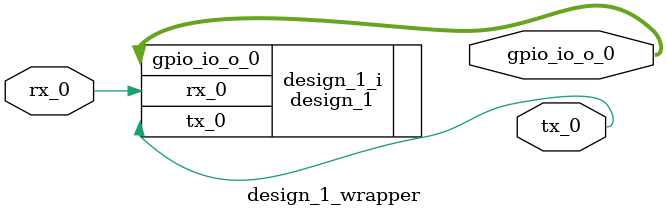
<source format=v>
`timescale 1 ps / 1 ps

module design_1_wrapper
   (gpio_io_o_0,
    rx_0,
    tx_0);
  output [1:0]gpio_io_o_0;
  input rx_0;
  output tx_0;

  wire [1:0]gpio_io_o_0;
  wire rx_0;
  wire tx_0;

  design_1 design_1_i
       (.gpio_io_o_0(gpio_io_o_0),
        .rx_0(rx_0),
        .tx_0(tx_0));
endmodule

</source>
